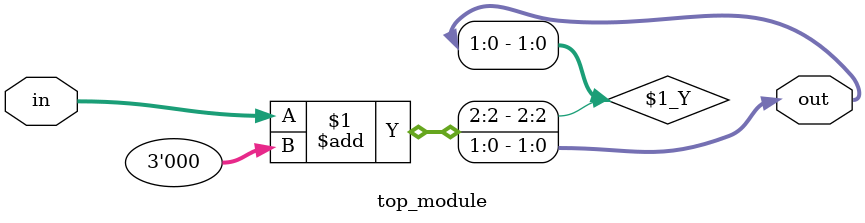
<source format=sv>
module top_module (
    input [2:0] in,
    output [1:0] out
);

    // Add the three input bits together
    assign out = in[2:0] + 3'b0;

endmodule

</source>
